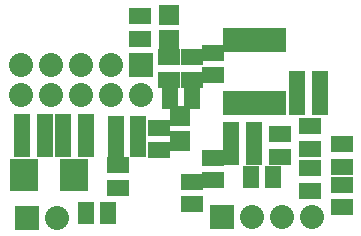
<source format=gts>
G04 (created by PCBNEW (2013-jul-07)-stable) date Пт 28 фев 2014 10:34:58*
%MOIN*%
G04 Gerber Fmt 3.4, Leading zero omitted, Abs format*
%FSLAX34Y34*%
G01*
G70*
G90*
G04 APERTURE LIST*
%ADD10C,0.00590551*%
%ADD11R,0.055X0.075*%
%ADD12R,0.075X0.055*%
%ADD13R,0.08X0.08*%
%ADD14C,0.08*%
%ADD15R,0.0377X0.079*%
%ADD16R,0.095X0.0298*%
%ADD17R,0.0672X0.0672*%
G04 APERTURE END LIST*
G54D10*
G54D11*
X96312Y-22687D03*
X97062Y-22687D03*
X94112Y-25087D03*
X94862Y-25087D03*
G54D12*
X93487Y-22462D03*
X93487Y-21712D03*
G54D11*
X91012Y-24187D03*
X90262Y-24187D03*
X91012Y-24837D03*
X90262Y-24837D03*
X89262Y-24112D03*
X88512Y-24112D03*
X87887Y-24112D03*
X87137Y-24112D03*
G54D13*
X91087Y-22137D03*
G54D14*
X91087Y-23137D03*
X90087Y-22137D03*
X90087Y-23137D03*
X89087Y-22137D03*
X89087Y-23137D03*
X88087Y-22137D03*
X88087Y-23137D03*
X87087Y-22137D03*
X87087Y-23137D03*
G54D12*
X97787Y-26862D03*
X97787Y-26112D03*
X96737Y-26312D03*
X96737Y-25562D03*
G54D11*
X94762Y-25862D03*
X95512Y-25862D03*
G54D12*
X92037Y-22612D03*
X92037Y-21862D03*
X92787Y-26762D03*
X92787Y-26012D03*
X97787Y-25512D03*
X97787Y-24762D03*
X96737Y-24912D03*
X96737Y-24162D03*
X95737Y-25187D03*
X95737Y-24437D03*
X93487Y-25962D03*
X93487Y-25212D03*
G54D11*
X97062Y-23437D03*
X96312Y-23437D03*
X94112Y-24387D03*
X94862Y-24387D03*
G54D12*
X91050Y-21250D03*
X91050Y-20500D03*
X92787Y-21862D03*
X92787Y-22612D03*
X90337Y-26212D03*
X90337Y-25462D03*
G54D11*
X89262Y-27062D03*
X90012Y-27062D03*
X89262Y-24837D03*
X88512Y-24837D03*
X87137Y-24837D03*
X87887Y-24837D03*
G54D15*
X95762Y-21278D03*
X95512Y-21278D03*
X95262Y-21278D03*
X95012Y-21278D03*
X94762Y-21278D03*
X94512Y-21278D03*
X94262Y-21278D03*
X94012Y-21278D03*
X94012Y-23396D03*
X94262Y-23396D03*
X94512Y-23396D03*
X94762Y-23396D03*
X95012Y-23396D03*
X95262Y-23396D03*
X95512Y-23396D03*
X95762Y-23396D03*
G54D16*
X87206Y-25405D03*
X87206Y-25602D03*
X87206Y-25799D03*
X87206Y-25996D03*
X87206Y-26193D03*
X88860Y-26193D03*
X88860Y-25996D03*
X88860Y-25799D03*
X88860Y-25602D03*
X88860Y-25405D03*
G54D13*
X93787Y-27187D03*
G54D14*
X94787Y-27187D03*
X95787Y-27187D03*
X96787Y-27187D03*
G54D12*
X91687Y-24212D03*
X91687Y-24962D03*
G54D11*
X92812Y-23237D03*
X92062Y-23237D03*
G54D13*
X87287Y-27237D03*
G54D14*
X88287Y-27237D03*
G54D17*
X92037Y-21300D03*
X92037Y-20474D03*
X92387Y-24650D03*
X92387Y-23824D03*
M02*

</source>
